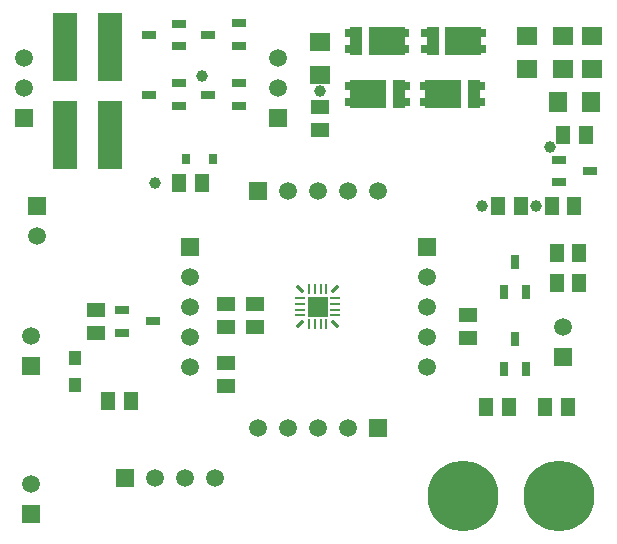
<source format=gbr>
%FSTAX25Y25*%
%MOMM*%
%SFA1B1*%

%IPPOS*%
%AMD23*
4,1,4,-0.139700,0.314960,-0.314960,0.139700,0.139700,-0.314960,0.314960,-0.139700,-0.139700,0.314960,0.0*
1,1,0.250000,-0.228600,0.228600*
1,1,0.250000,0.228600,-0.228600*
%
%AMD27*
4,1,4,-0.314960,-0.139700,-0.139700,-0.314960,0.314960,0.139700,0.139700,0.314960,-0.314960,-0.139700,0.0*
1,1,0.250000,-0.228600,-0.228600*
1,1,0.250000,0.228600,0.228600*
%
%ADD10R,1.299967X1.500117*%
%ADD11R,0.649999X1.199998*%
%ADD12R,1.500117X1.299967*%
%ADD13R,1.199998X0.649999*%
%ADD14R,1.802886X1.599947*%
%ADD15R,1.599947X1.802886*%
%ADD16R,1.100068X1.249928*%
%ADD17R,1.800096X1.599947*%
%ADD18R,0.800098X0.899918*%
%ADD19R,2.150106X5.800078*%
%ADD20R,1.100068X2.400045*%
%ADD21R,3.100064X2.400045*%
%ADD22R,0.800098X0.800098*%
G04~CAMADD=23~3~0.0~0.0~98.4~354.3~0.0~0.0~0~0.0~0.0~0.0~0.0~0~0.0~0.0~0.0~0.0~0~0.0~0.0~0.0~45.0~278.0~278.0*
%ADD23D23*%
%ADD24R,1.699997X1.699997*%
%ADD25O,0.250000X0.899998*%
%ADD26O,0.899998X0.250000*%
G04~CAMADD=27~3~0.0~0.0~98.4~354.3~0.0~0.0~0~0.0~0.0~0.0~0.0~0~0.0~0.0~0.0~0.0~0~0.0~0.0~0.0~135.0~278.0~278.0*
%ADD27D27*%
%ADD32C,5.999988*%
%ADD33R,1.499997X1.499997*%
%ADD34C,1.499997*%
%ADD35R,1.499997X1.499997*%
%ADD36C,0.999998*%
%LNdevboard_soldermask_top-1*%
%LPD*%
G54D10*
X498999Y2149998D03*
X4799998D03*
Y2399997D03*
X498999D03*
X4394995Y1099997D03*
X4205003D03*
X4894994D03*
X4705002D03*
X4494994Y2799999D03*
X4305002D03*
X4949997D03*
X4760005D03*
X1794995Y2999999D03*
X1605003D03*
X5044993Y3399998D03*
X4855001D03*
X1005001Y1149997D03*
X1194993D03*
G54D11*
X4354997Y2069998D03*
X4544999D03*
X4449998Y2329997D03*
X4354997Y1419999D03*
X4544999D03*
X4449998Y1679999D03*
G54D12*
X4049999Y1875299D03*
Y1685307D03*
X2794797Y344651D03*
Y3636502D03*
X0899998Y1920295D03*
Y1730303D03*
X1999998Y1470294D03*
Y1280302D03*
Y1969993D03*
Y1780001D03*
X2249698Y1970295D03*
Y1780303D03*
G54D13*
X1607002Y4153999D03*
Y4343999D03*
X1347002Y4248998D03*
X2107003Y4157997D03*
Y4347999D03*
X1847001Y4252998D03*
X4819997Y3194999D03*
Y3004997D03*
X508Y3099998D03*
X1607002Y3649997D03*
Y3839999D03*
X1347002Y3744998D03*
X2107003Y3649997D03*
Y3839999D03*
X1847001Y3744998D03*
X1119997Y1920298D03*
Y1730298D03*
X1379999Y1825299D03*
G54D14*
X4549998Y395781D03*
Y4242188D03*
X4849997D03*
Y395781D03*
X5099999D03*
Y4242188D03*
G54D15*
X4807808Y3679995D03*
X5092186D03*
G54D16*
X0719693Y1282499D03*
Y1517497D03*
G54D17*
X2794797Y3909994D03*
Y4190004D03*
G54D18*
X166199Y3198997D03*
X1892015D03*
G54D19*
X0634497Y3399D03*
X101951D03*
X0634497Y4148998D03*
X101951D03*
G54D20*
X3462197Y3749997D03*
X4099999D03*
X3749692Y4199999D03*
X3099998D03*
G54D21*
X3202178Y3749997D03*
X3839979D03*
X4009712Y4199999D03*
X3360018D03*
G54D22*
X3522192Y3679995D03*
Y3819999D03*
X3042183D03*
Y3679995D03*
X4159991D03*
Y3819999D03*
X3679982D03*
Y3679995D03*
X3689697Y4270001D03*
Y4129996D03*
X4169707D03*
Y4270001D03*
X3040004D03*
Y4129996D03*
X3520013D03*
Y4270001D03*
G54D23*
X2629199Y2097498D03*
X2924197Y1802498D03*
G54D24*
X2776697Y1949998D03*
G54D25*
X2701698Y2097498D03*
X2751698D03*
X2801698D03*
X2851698D03*
Y1802498D03*
X2801698D03*
X2751698D03*
X2701698D03*
G54D26*
X2924197Y2024999D03*
Y1974999D03*
Y1924999D03*
Y1874997D03*
X2629199D03*
Y1924999D03*
Y1974999D03*
Y2024999D03*
G54D27*
X2924197Y2097498D03*
X2629199Y1802498D03*
G54D32*
X4009712Y0349999D03*
X4819997D03*
G54D33*
X4855001Y1526001D03*
X0399999Y2799999D03*
X2444503Y3544999D03*
X0349999Y1449999D03*
Y0195999D03*
X0286999Y3544999D03*
X1699999Y2457998D03*
X3699997D03*
G54D34*
X4855001Y1780001D03*
X1907999Y0499999D03*
X1653999D03*
X1399999D03*
X0399999Y2545999D03*
X2444503Y3798999D03*
Y4052999D03*
X0349999Y1703999D03*
Y0449999D03*
X0286999Y3798999D03*
Y4052999D03*
X3284697Y2925297D03*
X3030697D03*
X2776697D03*
X2522697D03*
X1699999Y1441998D03*
Y1695998D03*
Y1949998D03*
Y2203998D03*
X3699997Y1441998D03*
Y1695998D03*
Y1949998D03*
Y2203998D03*
X2268697Y0925299D03*
X2522697D03*
X2776697D03*
X3030697D03*
G54D35*
X1145999Y0499999D03*
X2268697Y2925297D03*
X3284697Y0925299D03*
G54D36*
X4744999Y3299998D03*
X4627501Y2799999D03*
X1399999Y2999999D03*
X4169707Y2799999D03*
X2794797Y3773248D03*
X1794995Y3899999D03*
M02*
</source>
